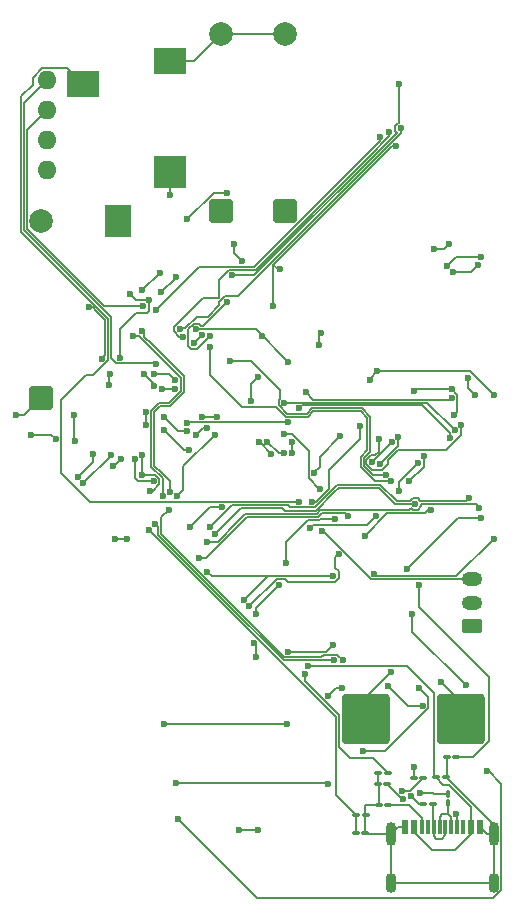
<source format=gbr>
%TF.GenerationSoftware,KiCad,Pcbnew,9.0.6*%
%TF.CreationDate,2025-12-07T23:37:28-06:00*%
%TF.ProjectId,Tony's MP3 Player,546f6e79-2773-4204-9d50-3320506c6179,rev?*%
%TF.SameCoordinates,Original*%
%TF.FileFunction,Copper,L2,Bot*%
%TF.FilePolarity,Positive*%
%FSLAX46Y46*%
G04 Gerber Fmt 4.6, Leading zero omitted, Abs format (unit mm)*
G04 Created by KiCad (PCBNEW 9.0.6) date 2025-12-07 23:37:28*
%MOMM*%
%LPD*%
G01*
G04 APERTURE LIST*
G04 Aperture macros list*
%AMRoundRect*
0 Rectangle with rounded corners*
0 $1 Rounding radius*
0 $2 $3 $4 $5 $6 $7 $8 $9 X,Y pos of 4 corners*
0 Add a 4 corners polygon primitive as box body*
4,1,4,$2,$3,$4,$5,$6,$7,$8,$9,$2,$3,0*
0 Add four circle primitives for the rounded corners*
1,1,$1+$1,$2,$3*
1,1,$1+$1,$4,$5*
1,1,$1+$1,$6,$7*
1,1,$1+$1,$8,$9*
0 Add four rect primitives between the rounded corners*
20,1,$1+$1,$2,$3,$4,$5,0*
20,1,$1+$1,$4,$5,$6,$7,0*
20,1,$1+$1,$6,$7,$8,$9,0*
20,1,$1+$1,$8,$9,$2,$3,0*%
G04 Aperture macros list end*
%TA.AperFunction,SMDPad,CuDef*%
%ADD10RoundRect,0.100000X-0.217500X-0.100000X0.217500X-0.100000X0.217500X0.100000X-0.217500X0.100000X0*%
%TD*%
%TA.AperFunction,SMDPad,CuDef*%
%ADD11RoundRect,0.100000X0.217500X0.100000X-0.217500X0.100000X-0.217500X-0.100000X0.217500X-0.100000X0*%
%TD*%
%TA.AperFunction,SMDPad,CuDef*%
%ADD12RoundRect,0.100000X0.100000X-0.217500X0.100000X0.217500X-0.100000X0.217500X-0.100000X-0.217500X0*%
%TD*%
%TA.AperFunction,SMDPad,CuDef*%
%ADD13RoundRect,0.250001X1.762499X1.849999X-1.762499X1.849999X-1.762499X-1.849999X1.762499X-1.849999X0*%
%TD*%
%TA.AperFunction,ComponentPad*%
%ADD14O,1.600000X1.600000*%
%TD*%
%TA.AperFunction,ComponentPad*%
%ADD15RoundRect,0.250000X0.625000X-0.350000X0.625000X0.350000X-0.625000X0.350000X-0.625000X-0.350000X0*%
%TD*%
%TA.AperFunction,ComponentPad*%
%ADD16O,1.750000X1.200000*%
%TD*%
%TA.AperFunction,SMDPad,CuDef*%
%ADD17R,2.800000X2.200000*%
%TD*%
%TA.AperFunction,SMDPad,CuDef*%
%ADD18R,2.800000X2.800000*%
%TD*%
%TA.AperFunction,SMDPad,CuDef*%
%ADD19R,2.200000X2.800000*%
%TD*%
%TA.AperFunction,SMDPad,CuDef*%
%ADD20R,0.600000X1.160000*%
%TD*%
%TA.AperFunction,SMDPad,CuDef*%
%ADD21R,0.300000X1.160000*%
%TD*%
%TA.AperFunction,HeatsinkPad*%
%ADD22O,0.900000X2.000000*%
%TD*%
%TA.AperFunction,HeatsinkPad*%
%ADD23O,0.900000X1.700000*%
%TD*%
%TA.AperFunction,ComponentPad*%
%ADD24RoundRect,0.250000X0.750000X-0.750000X0.750000X0.750000X-0.750000X0.750000X-0.750000X-0.750000X0*%
%TD*%
%TA.AperFunction,ComponentPad*%
%ADD25C,2.000000*%
%TD*%
%TA.AperFunction,ViaPad*%
%ADD26C,0.600000*%
%TD*%
%TA.AperFunction,Conductor*%
%ADD27C,0.150000*%
%TD*%
%TA.AperFunction,Conductor*%
%ADD28C,0.200000*%
%TD*%
G04 APERTURE END LIST*
D10*
%TO.P,C31,2*%
%TO.N,+BATT*%
X163165000Y-114000000D03*
%TO.P,C31,1*%
%TO.N,VBUS*%
X162350000Y-114000000D03*
%TD*%
%TO.P,R10k1,1*%
%TO.N,+BATT*%
X163262500Y-112290000D03*
%TO.P,R10k1,2*%
%TO.N,Net-(U3-MICN)*%
X164077500Y-112290000D03*
%TD*%
D11*
%TO.P,C29,1*%
%TO.N,+BATT*%
X156357500Y-118740000D03*
%TO.P,C29,2*%
%TO.N,Net-(U1-VDDA)*%
X155542500Y-118740000D03*
%TD*%
%TO.P,C30,2*%
%TO.N,Net-(U1-VDDA)*%
X155572500Y-117230000D03*
%TO.P,C30,1*%
%TO.N,+BATT*%
X156387500Y-117230000D03*
%TD*%
%TO.P,R4,2*%
%TO.N,+BATT*%
X157405000Y-114550000D03*
%TO.P,R4,1*%
%TO.N,Net-(J1-CC1)*%
X158220000Y-114550000D03*
%TD*%
D10*
%TO.P,R15,2*%
%TO.N,Net-(S2-A)*%
X161267500Y-114040000D03*
%TO.P,R15,1*%
%TO.N,+3.3V*%
X160452500Y-114040000D03*
%TD*%
%TO.P,R2,2*%
%TO.N,Net-(U3-MICP{slash}LINE1)*%
X158267500Y-113660000D03*
%TO.P,R2,1*%
%TO.N,+BATT*%
X157452500Y-113660000D03*
%TD*%
D11*
%TO.P,R6,2*%
%TO.N,+BATT*%
X157512500Y-116350000D03*
%TO.P,R6,1*%
%TO.N,Net-(J1-CC2)*%
X158327500Y-116350000D03*
%TD*%
D12*
%TO.P,R3,1*%
%TO.N,USB_D-*%
X163380000Y-116215000D03*
%TO.P,R3,2*%
%TO.N,Net-(U1-PA11)*%
X163380000Y-115400000D03*
%TD*%
D13*
%TO.P,Y1,1,1*%
%TO.N,Net-(U3-XTALI)*%
X164462500Y-109080000D03*
%TO.P,Y1,2,2*%
%TO.N,Net-(U3-XTALO)*%
X156437500Y-109080000D03*
%TD*%
D10*
%TO.P,R50,1*%
%TO.N,Net-(U1-PA12)*%
X161290000Y-116270000D03*
%TO.P,R50,2*%
%TO.N,USB_D+*%
X162105000Y-116270000D03*
%TD*%
D14*
%TO.P,OLED1,1,GND*%
%TO.N,+BATT*%
X129430050Y-62580000D03*
%TO.P,OLED1,2,VCC*%
%TO.N,VCC*%
X129430050Y-60040000D03*
%TO.P,OLED1,3,SCL*%
%TO.N,SCL*%
X129430050Y-57500000D03*
%TO.P,OLED1,4,SDA*%
%TO.N,SDA*%
X129430050Y-54960000D03*
%TD*%
D15*
%TO.P,J4,1,Pin_1*%
%TO.N,+BATT*%
X165420000Y-101240000D03*
D16*
%TO.P,J4,2,Pin_2*%
%TO.N,unconnected-(J4-Pin_2-Pad2)*%
X165420000Y-99240000D03*
%TO.P,J4,3,Pin_3*%
%TO.N,Net-(J4-Pin_3)*%
X165420000Y-97240000D03*
%TD*%
D17*
%TO.P,J2,3,3*%
%TO.N,Net-(C2-Pad2)*%
X132450000Y-55349717D03*
%TO.P,J2,1,1*%
%TO.N,+BATT*%
X139850000Y-53349717D03*
D18*
%TO.P,J2,2,2*%
%TO.N,Net-(C1-Pad2)*%
X139850000Y-62749717D03*
D19*
%TO.P,J2,4,4*%
%TO.N,unconnected-(J2-Pad4)*%
X135400000Y-66949717D03*
%TD*%
D20*
%TO.P,J1,A4,VBUS*%
%TO.N,VBUS*%
X165300000Y-118195000D03*
%TO.P,J1,A1,GND*%
%TO.N,+BATT*%
X166100000Y-118195000D03*
D21*
%TO.P,J1,A5,CC1*%
%TO.N,Net-(J1-CC1)*%
X164150000Y-118195000D03*
%TO.P,J1,A6,D+*%
%TO.N,USB_D+*%
X163150000Y-118195000D03*
%TO.P,J1,A7,D-*%
%TO.N,USB_D-*%
X162650000Y-118195000D03*
%TO.P,J1,A8,SBU1*%
%TO.N,unconnected-(J1-SBU1-PadA8)*%
X161650000Y-118195000D03*
D20*
%TO.P,J1,A9,VBUS*%
%TO.N,VBUS*%
X160500000Y-118195000D03*
%TO.P,J1,A12,GND*%
%TO.N,+BATT*%
X159700000Y-118195000D03*
%TO.P,J1,B1,GND*%
X159700000Y-118195000D03*
%TO.P,J1,B4,VBUS*%
%TO.N,VBUS*%
X160500000Y-118195000D03*
D21*
%TO.P,J1,B5,CC2*%
%TO.N,Net-(J1-CC2)*%
X161150000Y-118195000D03*
%TO.P,J1,B6,D+*%
%TO.N,USB_D+*%
X162150000Y-118195000D03*
%TO.P,J1,B7,D-*%
%TO.N,USB_D-*%
X163650000Y-118195000D03*
%TO.P,J1,B8,SBU2*%
%TO.N,unconnected-(J1-SBU2-PadB8)*%
X164650000Y-118195000D03*
D20*
%TO.P,J1,B9,VBUS*%
%TO.N,VBUS*%
X165300000Y-118195000D03*
%TO.P,J1,B12,GND*%
%TO.N,+BATT*%
X166100000Y-118195000D03*
D22*
%TO.P,J1,S1,SHIELD*%
X167220000Y-118775000D03*
D23*
X167220000Y-122945000D03*
D22*
X158580000Y-118775000D03*
D23*
X158580000Y-122945000D03*
%TD*%
D24*
%TO.P,C16,1*%
%TO.N,+2V5*%
X149565000Y-66070000D03*
D25*
%TO.P,C16,2*%
%TO.N,+BATT*%
X149565000Y-51070000D03*
%TD*%
D24*
%TO.P,C15,1*%
%TO.N,+3.3V*%
X144142500Y-66100000D03*
D25*
%TO.P,C15,2*%
%TO.N,+BATT*%
X144142500Y-51100000D03*
%TD*%
D24*
%TO.P,C7,1*%
%TO.N,+3.3V*%
X128932500Y-81890000D03*
D25*
%TO.P,C7,2*%
%TO.N,+BATT*%
X128932500Y-66890000D03*
%TD*%
D26*
%TO.N,Net-(U3-MICN)*%
X157229493Y-91928188D03*
X151650000Y-92930000D03*
X152045000Y-88223249D03*
X154248376Y-85111624D03*
X160900000Y-97715000D03*
%TO.N,Net-(U2-OUTR)*%
X160789124Y-87435000D03*
X159186555Y-89741693D03*
%TO.N,+2V5*%
X160090000Y-88960000D03*
X161320000Y-86770217D03*
X163910000Y-83350000D03*
X146940000Y-102650000D03*
X147090000Y-103785000D03*
X149045852Y-97715852D03*
X147100000Y-100190000D03*
X153760000Y-92136000D03*
X149650000Y-95860000D03*
%TO.N,+3.3V*%
X166180000Y-92060000D03*
X159865000Y-96405000D03*
%TO.N,Net-(U2-CPN)*%
X161940000Y-91385000D03*
X146559100Y-99530852D03*
X156339124Y-93550876D03*
X154099999Y-95131751D03*
%TO.N,Net-(U2-CPP)*%
X153624999Y-102839473D03*
X167250001Y-93818249D03*
X149851955Y-103386147D03*
X157095876Y-96765000D03*
%TO.N,Switches*%
X152540000Y-89590000D03*
X146683249Y-82175001D03*
X149470000Y-84970000D03*
X147320169Y-80099831D03*
%TO.N,+3.3V*%
X146064124Y-99035876D03*
X142981654Y-96603518D03*
X153625000Y-96970000D03*
%TO.N,Net-(S4-A)*%
X154900000Y-91885000D03*
X142312596Y-95422596D03*
%TO.N,Net-(S7-A)*%
X166650000Y-113450000D03*
X140480000Y-117570000D03*
%TO.N,Net-(S5-A)*%
X153230000Y-114550000D03*
X140310000Y-114530000D03*
X156140000Y-111800000D03*
X160940000Y-106455000D03*
%TO.N,Net-(S6-A)*%
X139350000Y-109470000D03*
X149760000Y-109510000D03*
X154420605Y-106480000D03*
X153219605Y-107110000D03*
X161220000Y-107980000D03*
X158280000Y-106250000D03*
%TO.N,+3.3V*%
X164870000Y-106230000D03*
X160360000Y-100165000D03*
%TO.N,Net-(J4-Pin_3)*%
X137775000Y-83115000D03*
X139285000Y-84590000D03*
X137775000Y-84160000D03*
X141480000Y-86280000D03*
X144199969Y-91164999D03*
X141535000Y-92784124D03*
X152675000Y-93115000D03*
%TO.N,Net-(S3-A)*%
X166020000Y-91190000D03*
X143001720Y-94061720D03*
%TO.N,+3.3V*%
X160450000Y-113100000D03*
%TO.N,Net-(U1-PA11)*%
X139705000Y-91370000D03*
X160970000Y-115330000D03*
X154440000Y-104112146D03*
X139840001Y-89871632D03*
X137470000Y-76255000D03*
%TO.N,Net-(U1-PA12)*%
X136700000Y-76670000D03*
X139230000Y-90215000D03*
X138572324Y-92585924D03*
X153694605Y-104112147D03*
X160227435Y-115608861D03*
%TO.N,Net-(S2-A)*%
X147286751Y-118465001D03*
X159479077Y-115137324D03*
X145640000Y-118465000D03*
%TO.N,Net-(J1-CC1)*%
X159580000Y-115875000D03*
X164080000Y-117090000D03*
%TO.N,VBUS*%
X151487742Y-104587146D03*
%TO.N,Net-(U3-MICP{slash}LINE1)*%
X155910000Y-84225000D03*
X151890000Y-90691000D03*
X151226624Y-105236624D03*
%TO.N,Net-(U2-HPVSS)*%
X143622729Y-93393836D03*
X160590000Y-90875000D03*
%TO.N,Net-(U2-HPVDD)*%
X165120000Y-90400000D03*
X143203360Y-92833360D03*
%TO.N,Net-(U1-VDDA)*%
X138077348Y-93080901D03*
%TO.N,Net-(U3-XTALI)*%
X163289124Y-70720876D03*
X166137644Y-69965811D03*
%TO.N,Net-(U3-XTALO)*%
X165926720Y-70633280D03*
X163825000Y-71265876D03*
%TO.N,Net-(U3-XTALI)*%
X162780000Y-105980000D03*
%TO.N,Net-(U3-XTALO)*%
X158530000Y-105100000D03*
%TO.N,+3.3V*%
X163450844Y-68829156D03*
X162198217Y-69275000D03*
%TO.N,Net-(S9-A)*%
X145890000Y-70313876D03*
X145230000Y-68835000D03*
%TO.N,Net-(U1-VCAP1)*%
X139105000Y-72940000D03*
X140329124Y-71629124D03*
%TO.N,Net-(U1-BOOT0)*%
X140240000Y-80350000D03*
X138436757Y-79853925D03*
%TO.N,+BATT*%
X138480000Y-80850000D03*
X137590000Y-79845000D03*
X135580000Y-78490000D03*
X134054124Y-78564124D03*
X136484156Y-73094156D03*
X138045852Y-73585900D03*
X132979156Y-74210844D03*
%TO.N,GPIO1*%
X142505374Y-83478623D03*
X140450000Y-90215000D03*
X136180000Y-93860000D03*
X135192500Y-93870000D03*
X143600000Y-85020000D03*
X143810000Y-83478623D03*
%TO.N,GPIO0*%
X142980374Y-84428622D03*
%TO.N,UART-RX*%
X152650000Y-76425000D03*
X152460000Y-77375000D03*
%TO.N,+3.3V*%
X147640000Y-76610000D03*
%TO.N,GPIO0*%
X142010000Y-85070000D03*
%TO.N,Net-(U5-EN1)*%
X134800000Y-86725000D03*
X132504124Y-89105876D03*
%TO.N,Net-(U5-EN2)*%
X133288445Y-86606480D03*
X132009124Y-88610876D03*
%TO.N,Net-(U1-VDDA)*%
X138160000Y-89740000D03*
%TO.N,Net-(D1-K)*%
X138460876Y-88960876D03*
%TO.N,Net-(BLUE1-K)*%
X135705001Y-87070749D03*
X134982874Y-87692126D03*
%TO.N,+BATT*%
X130145001Y-85403249D03*
X128066640Y-85023360D03*
%TO.N,+3.3V*%
X126774124Y-83375876D03*
%TO.N,Net-(U5-ILIM)*%
X141284359Y-84718696D03*
X139285000Y-83530000D03*
%TO.N,+BATT*%
X149140000Y-71000000D03*
X148573142Y-74070703D03*
X158950876Y-60540876D03*
%TO.N,Net-(C2-Pad2)*%
X150710000Y-90690000D03*
%TO.N,Net-(U5-TS)*%
X131800000Y-85565000D03*
X131665000Y-83370000D03*
%TO.N,Net-(U1-VDDA)*%
X141229124Y-84020876D03*
X149805374Y-83953623D03*
X137492317Y-88376921D03*
X137493260Y-86712487D03*
%TO.N,Net-(D1-K)*%
X136880000Y-87050000D03*
%TO.N,+3.3V*%
X138950000Y-71280000D03*
X137475000Y-72747640D03*
%TO.N,Net-(U2-OUTL)*%
X144617500Y-64500000D03*
X165631624Y-81653376D03*
X141280000Y-66780000D03*
X165059124Y-80160876D03*
%TO.N,SDA*%
X138673263Y-78986737D03*
%TO.N,SCL*%
X137550876Y-74080876D03*
%TO.N,DAT3*%
X157644156Y-59794156D03*
X138620000Y-74440000D03*
%TO.N,CLK*%
X158381640Y-59411640D03*
X140890230Y-76703282D03*
%TO.N,DAT0*%
X159353067Y-59063067D03*
X140634232Y-76051773D03*
%TO.N,SDIO*%
X159240000Y-55300000D03*
X145042678Y-71515876D03*
%TO.N,Net-(U5-ISET)*%
X134690000Y-80795000D03*
X134710000Y-79845000D03*
%TO.N,CE*%
X140235000Y-81120000D03*
X139131398Y-81106288D03*
%TO.N,Net-(U1-PA2)*%
X143240000Y-76650000D03*
X144674124Y-73744124D03*
%TO.N,GAIN1*%
X143210000Y-77565000D03*
X158574998Y-88933246D03*
%TO.N,GAIN0*%
X144898303Y-78769945D03*
X158088431Y-88430000D03*
%TO.N,Net-(U2-INL+)*%
X157487640Y-85375000D03*
X164440000Y-84140100D03*
%TO.N,Net-(U3-GBUF)*%
X163665000Y-81910000D03*
X151350000Y-81400000D03*
%TO.N,Net-(U2-INR-)*%
X163506000Y-85290000D03*
X150787285Y-82751623D03*
%TO.N,Net-(U2-INR+)*%
X163950000Y-84640000D03*
X149498376Y-82276624D03*
%TO.N,+2V5*%
X163665000Y-81150000D03*
X160479454Y-81280546D03*
%TO.N,+3.3V*%
X167250000Y-81680000D03*
%TO.N,+BATT*%
X157613431Y-87502035D03*
X159160000Y-85160001D03*
%TO.N,Net-(C1-Pad2)*%
X139860000Y-64670000D03*
%TO.N,+3.3V*%
X142028832Y-76081447D03*
X149845000Y-78815000D03*
X157364579Y-79650594D03*
X156725240Y-80354759D03*
%TO.N,GPIO4*%
X156940000Y-87311000D03*
X158636751Y-85635001D03*
X148403250Y-86626754D03*
X147383246Y-85635000D03*
%TO.N,GPIO5*%
X148083249Y-85635000D03*
X149469997Y-86585000D03*
%TO.N,GPIO6*%
X150143249Y-85635001D03*
X150170000Y-86585000D03*
%TO.N,UART-TX*%
X142512983Y-76587017D03*
X141841230Y-77258769D03*
%TD*%
D27*
%TO.N,VBUS*%
X160500000Y-118195000D02*
X160500000Y-118610000D01*
X160500000Y-118610000D02*
X162040000Y-120150000D01*
X162040000Y-120150000D02*
X163920000Y-120150000D01*
X163920000Y-120150000D02*
X165300000Y-118770000D01*
X165300000Y-118770000D02*
X165300000Y-118195000D01*
%TO.N,Net-(S7-A)*%
X140480000Y-117570000D02*
X147154000Y-124244000D01*
X167894000Y-114574000D02*
X166730000Y-113410000D01*
X147154000Y-124244000D02*
X167206298Y-124244000D01*
X167206298Y-124244000D02*
X167894000Y-123556298D01*
X167894000Y-123556298D02*
X167894000Y-114574000D01*
X166730000Y-113410000D02*
X166690000Y-113450000D01*
X166690000Y-113450000D02*
X166650000Y-113450000D01*
%TO.N,+3.3V*%
X149845000Y-78815000D02*
X147111447Y-76081447D01*
X147111447Y-76081447D02*
X142028832Y-76081447D01*
%TO.N,Net-(U3-MICN)*%
X156518681Y-92639000D02*
X157229493Y-91928188D01*
X151941000Y-92639000D02*
X156518681Y-92639000D01*
X151650000Y-92930000D02*
X151941000Y-92639000D01*
%TO.N,Net-(J4-Pin_3)*%
X152755000Y-93115000D02*
X156880000Y-97240000D01*
X152675000Y-93115000D02*
X152755000Y-93115000D01*
X156880000Y-97240000D02*
X165420000Y-97240000D01*
%TO.N,+2V5*%
X149650000Y-95860000D02*
X149650000Y-94080000D01*
X149650000Y-94080000D02*
X151517000Y-92213000D01*
X151517000Y-92213000D02*
X152466872Y-92213000D01*
X152466872Y-92213000D02*
X152543872Y-92136000D01*
X152543872Y-92136000D02*
X153760000Y-92136000D01*
%TO.N,Net-(U3-MICN)*%
X152500000Y-87740000D02*
X152045000Y-88195000D01*
X152045000Y-88195000D02*
X152045000Y-88223249D01*
%TO.N,Switches*%
X149470000Y-84970000D02*
X150151414Y-84970000D01*
X150151414Y-84970000D02*
X151570000Y-86388586D01*
X151570000Y-86388586D02*
X151570000Y-88700000D01*
X151570000Y-88700000D02*
X152460000Y-89590000D01*
X152460000Y-89590000D02*
X152540000Y-89590000D01*
%TO.N,Net-(U3-MICN)*%
X152500000Y-86860000D02*
X152500000Y-87740000D01*
X154248376Y-85111624D02*
X152500000Y-86860000D01*
X163660000Y-102320000D02*
X160900000Y-99560000D01*
X160900000Y-99560000D02*
X160900000Y-97715000D01*
%TO.N,Net-(U2-OUTR)*%
X160789124Y-87435000D02*
X159186555Y-89037569D01*
X159186555Y-89037569D02*
X159186555Y-89741693D01*
%TO.N,+2V5*%
X163910000Y-83350000D02*
X164140000Y-83120000D01*
X160090000Y-88960000D02*
X161320000Y-87730000D01*
X161320000Y-87730000D02*
X161320000Y-86770217D01*
X164140000Y-83120000D02*
X164140000Y-81625000D01*
X164140000Y-81625000D02*
X163665000Y-81150000D01*
X147100000Y-99661704D02*
X149045852Y-97715852D01*
X147100000Y-100190000D02*
X147100000Y-99661704D01*
X147090000Y-102800000D02*
X146940000Y-102650000D01*
X147090000Y-103785000D02*
X147090000Y-102800000D01*
%TO.N,+3.3V*%
X164210000Y-92060000D02*
X159865000Y-96405000D01*
X166180000Y-92060000D02*
X164210000Y-92060000D01*
%TO.N,Net-(U2-CPN)*%
X161870000Y-91315000D02*
X161940000Y-91385000D01*
X161870000Y-91300000D02*
X161870000Y-91315000D01*
X156339124Y-93550876D02*
X158229000Y-91661000D01*
X158229000Y-91661000D02*
X161431000Y-91661000D01*
X161431000Y-91661000D02*
X161792000Y-91300000D01*
X161792000Y-91300000D02*
X161870000Y-91300000D01*
%TO.N,Net-(S3-A)*%
X161066000Y-91072166D02*
X161066000Y-90910000D01*
X160787166Y-91351000D02*
X161066000Y-91072166D01*
X160392834Y-91351000D02*
X160787166Y-91351000D01*
X161066000Y-90910000D02*
X165740000Y-90910000D01*
X152559936Y-91410000D02*
X160100000Y-91410000D01*
X146219000Y-91711000D02*
X152258936Y-91711000D01*
X152258936Y-91711000D02*
X152559936Y-91410000D01*
X145540000Y-92390000D02*
X146219000Y-91711000D01*
X160100000Y-91410000D02*
X160275917Y-91234083D01*
X145540000Y-92403440D02*
X145540000Y-92390000D01*
X143001720Y-94061720D02*
X143881720Y-94061720D01*
X143881720Y-94061720D02*
X145540000Y-92403440D01*
X160275917Y-91234083D02*
X160392834Y-91351000D01*
X165740000Y-90910000D02*
X166020000Y-91190000D01*
%TO.N,Net-(U2-HPVDD)*%
X143203360Y-92833360D02*
X145095720Y-90941000D01*
X159024000Y-90624000D02*
X160167834Y-90624000D01*
X160167834Y-90624000D02*
X160392834Y-90399000D01*
X145095720Y-90941000D02*
X149791000Y-90941000D01*
X149791000Y-90941000D02*
X150016000Y-91166000D01*
X150016000Y-91166000D02*
X152094000Y-91166000D01*
X152094000Y-91166000D02*
X154010000Y-89250000D01*
X154010000Y-89250000D02*
X157650000Y-89250000D01*
X157650000Y-89250000D02*
X159024000Y-90624000D01*
X160392834Y-90399000D02*
X160787166Y-90399000D01*
X160787166Y-90399000D02*
X161028166Y-90640000D01*
X161028166Y-90640000D02*
X164880000Y-90640000D01*
X164880000Y-90640000D02*
X165120000Y-90400000D01*
%TO.N,Net-(U2-CPN)*%
X148868952Y-97221000D02*
X149580000Y-97221000D01*
X146559100Y-99530852D02*
X148868952Y-97221000D01*
X149805000Y-97446000D02*
X153822166Y-97446000D01*
X153840000Y-95391750D02*
X154099999Y-95131751D01*
X154101000Y-96561000D02*
X153840000Y-96300000D01*
X153840000Y-96300000D02*
X153840000Y-95391750D01*
X154101000Y-97167166D02*
X154101000Y-96561000D01*
X149580000Y-97221000D02*
X149805000Y-97446000D01*
X153822166Y-97446000D02*
X154101000Y-97167166D01*
%TO.N,Net-(U2-CPP)*%
X167250001Y-93818249D02*
X164078250Y-96990000D01*
X153624999Y-102839473D02*
X153078325Y-103386147D01*
X164078250Y-96990000D02*
X161470000Y-96990000D01*
X161470000Y-96990000D02*
X157320876Y-96990000D01*
X153078325Y-103386147D02*
X149851955Y-103386147D01*
X157320876Y-96990000D02*
X157095876Y-96765000D01*
%TO.N,Switches*%
X146683249Y-80736751D02*
X146683249Y-82175001D01*
X147320169Y-80099831D02*
X146683249Y-80736751D01*
%TO.N,GAIN1*%
X156534474Y-86333424D02*
X155962000Y-86905898D01*
X155984656Y-83029624D02*
X156534474Y-83579442D01*
X156534474Y-83579442D02*
X156534474Y-86333424D01*
X151963968Y-83029624D02*
X155984656Y-83029624D01*
X143207983Y-79967983D02*
X145890000Y-82650000D01*
X151514969Y-83478623D02*
X151963968Y-83029624D01*
X145890000Y-82650000D02*
X148843618Y-82650000D01*
X143207983Y-77642983D02*
X143207983Y-79967983D01*
X143210000Y-77640966D02*
X143207983Y-77642983D01*
X155962000Y-86905898D02*
X155962000Y-87716102D01*
X149672241Y-83478623D02*
X151514969Y-83478623D01*
X148843618Y-82650000D02*
X149672241Y-83478623D01*
X143210000Y-77565000D02*
X143210000Y-77640966D01*
X155962000Y-87716102D02*
X157179144Y-88933246D01*
X157179144Y-88933246D02*
X158574998Y-88933246D01*
%TO.N,GAIN0*%
X149022376Y-82079458D02*
X149104293Y-81997541D01*
X149022376Y-82473790D02*
X149022376Y-82079458D01*
X156785474Y-86437392D02*
X156785474Y-83475474D01*
X149776209Y-83227623D02*
X149022376Y-82473790D01*
X151411001Y-83227623D02*
X149776209Y-83227623D01*
X151860000Y-82778624D02*
X151411001Y-83227623D01*
X149104293Y-81997541D02*
X149104293Y-81194293D01*
X156785474Y-83475474D02*
X156088624Y-82778624D01*
X156213000Y-87009866D02*
X156785474Y-86437392D01*
X156213000Y-87612134D02*
X156213000Y-87009866D01*
X156088624Y-82778624D02*
X151860000Y-82778624D01*
X157030866Y-88430000D02*
X156213000Y-87612134D01*
X158088431Y-88430000D02*
X157030866Y-88430000D01*
X149104293Y-81194293D02*
X146679945Y-78769945D01*
X146679945Y-78769945D02*
X144898303Y-78769945D01*
%TO.N,+3.3V*%
X153625000Y-96970000D02*
X148130000Y-96970000D01*
X146064124Y-99035876D02*
X148130000Y-96970000D01*
X143348136Y-96970000D02*
X142981654Y-96603518D01*
X148130000Y-96970000D02*
X143348136Y-96970000D01*
%TO.N,Net-(S4-A)*%
X142875812Y-95422596D02*
X145643968Y-92654440D01*
X146336408Y-91962000D02*
X149860000Y-91962000D01*
X145643968Y-92654440D02*
X146336408Y-91962000D01*
X152362904Y-91962000D02*
X152663904Y-91661000D01*
X149860000Y-91962000D02*
X152362904Y-91962000D01*
X154676000Y-91661000D02*
X154900000Y-91885000D01*
X142312596Y-95422596D02*
X142875812Y-95422596D01*
X152663904Y-91661000D02*
X154676000Y-91661000D01*
%TO.N,Net-(S5-A)*%
X153210000Y-114530000D02*
X153230000Y-114550000D01*
X140310000Y-114530000D02*
X153210000Y-114530000D01*
X161696000Y-108177166D02*
X161696000Y-107211000D01*
X161696000Y-107211000D02*
X160940000Y-106455000D01*
X158073166Y-111800000D02*
X161696000Y-108177166D01*
X156140000Y-111800000D02*
X158073166Y-111800000D01*
%TO.N,Net-(S6-A)*%
X161220000Y-107980000D02*
X160010000Y-107980000D01*
X160010000Y-107980000D02*
X158280000Y-106250000D01*
X149760000Y-109510000D02*
X139390000Y-109510000D01*
X153849605Y-106480000D02*
X153219605Y-107110000D01*
X139390000Y-109510000D02*
X139350000Y-109470000D01*
X154420605Y-106480000D02*
X153849605Y-106480000D01*
%TO.N,+3.3V*%
X160360000Y-100165000D02*
X160360000Y-101720000D01*
X160360000Y-101720000D02*
X164870000Y-106230000D01*
%TO.N,Net-(J4-Pin_3)*%
X137775000Y-83115000D02*
X137775000Y-84160000D01*
X144134970Y-91100000D02*
X144199969Y-91164999D01*
X141535000Y-92784124D02*
X143219124Y-91100000D01*
X140975000Y-86280000D02*
X141480000Y-86280000D01*
X143219124Y-91100000D02*
X144134970Y-91100000D01*
X139285000Y-84590000D02*
X140975000Y-86280000D01*
%TO.N,Net-(U3-MICN)*%
X166830000Y-105490000D02*
X163660000Y-102320000D01*
X166830000Y-109490000D02*
X166830000Y-105490000D01*
X164077500Y-112290000D02*
X165474382Y-112290000D01*
X165474382Y-112290000D02*
X166830000Y-110934382D01*
X166830000Y-110934382D02*
X166830000Y-109490000D01*
%TO.N,+3.3V*%
X160452500Y-113102500D02*
X160450000Y-113100000D01*
X160452500Y-114040000D02*
X160452500Y-113102500D01*
%TO.N,Net-(U1-PA11)*%
X139126551Y-88243449D02*
X139840001Y-88956899D01*
X153964001Y-103636147D02*
X154440000Y-104112146D01*
X162070000Y-115330000D02*
X162140000Y-115400000D01*
X139013968Y-82571000D02*
X138501000Y-83083968D01*
X139333968Y-82571000D02*
X139013968Y-82571000D01*
X142728192Y-97021808D02*
X149493192Y-103786809D01*
X138501000Y-87617898D02*
X139126551Y-88243449D01*
X149567530Y-103861147D02*
X152630000Y-103861147D01*
X139840001Y-88956899D02*
X139840001Y-89871632D01*
X139081708Y-93090000D02*
X139081708Y-93375324D01*
X139081708Y-91993292D02*
X139081708Y-93090000D01*
X138501000Y-83083968D02*
X138501000Y-84360000D01*
X138501000Y-84360000D02*
X138501000Y-87617898D01*
X162140000Y-115400000D02*
X163380000Y-115400000D01*
X152630000Y-103861147D02*
X152855000Y-103636147D01*
X139705000Y-91370000D02*
X139081708Y-91993292D01*
X152855000Y-103636147D02*
X153964001Y-103636147D01*
X149493192Y-103786809D02*
X149567530Y-103861147D01*
X139081708Y-93375324D02*
X142728192Y-97021808D01*
X160970000Y-115330000D02*
X162070000Y-115330000D01*
%TO.N,Net-(U1-PA12)*%
X136700000Y-76670000D02*
X137233166Y-76670000D01*
X138910000Y-82320000D02*
X138250000Y-82980000D01*
X138250000Y-82980000D02*
X138250000Y-87721866D01*
X139230000Y-88701866D02*
X139230000Y-90215000D01*
X137233166Y-76670000D02*
X140730000Y-80166834D01*
X140730000Y-80166834D02*
X140730000Y-81298166D01*
X140730000Y-81298166D02*
X139708166Y-82320000D01*
X139708166Y-82320000D02*
X138910000Y-82320000D01*
X138250000Y-87721866D02*
X139230000Y-88701866D01*
%TO.N,Net-(U1-PA11)*%
X140981000Y-81402134D02*
X139812134Y-82571000D01*
X139812134Y-82571000D02*
X139333968Y-82571000D01*
X140981000Y-80062866D02*
X140981000Y-81402134D01*
X137470000Y-76255000D02*
X137640000Y-76425000D01*
X137640000Y-76721866D02*
X138269067Y-77350933D01*
X138269067Y-77350933D02*
X140981000Y-80062866D01*
X137640000Y-76425000D02*
X137640000Y-76721866D01*
%TO.N,Net-(U1-PA12)*%
X144420707Y-99069292D02*
X138830708Y-93479292D01*
X138830708Y-92844308D02*
X138830708Y-93479292D01*
X138572324Y-92585924D02*
X138830708Y-92844308D01*
X161290000Y-116270000D02*
X160888574Y-116270000D01*
X149463562Y-104112147D02*
X144420707Y-99069292D01*
X138830708Y-93479292D02*
X138780707Y-93429292D01*
X160888574Y-116270000D02*
X160227435Y-115608861D01*
X153694605Y-104112147D02*
X149463562Y-104112147D01*
%TO.N,Net-(S2-A)*%
X145640001Y-118465001D02*
X145640000Y-118465000D01*
X161267500Y-114040000D02*
X160170176Y-115137324D01*
X160170176Y-115137324D02*
X159479077Y-115137324D01*
X147286751Y-118465001D02*
X145640001Y-118465001D01*
%TO.N,Net-(J1-CC1)*%
X164150000Y-118195000D02*
X164150000Y-117160000D01*
X164150000Y-117160000D02*
X164080000Y-117090000D01*
X159580000Y-115875000D02*
X159340000Y-115635000D01*
X159340000Y-115635000D02*
X159305000Y-115635000D01*
X159305000Y-115635000D02*
X158220000Y-114550000D01*
%TO.N,VBUS*%
X151487742Y-104587146D02*
X159917146Y-104587146D01*
X159917146Y-104587146D02*
X162200000Y-106870000D01*
X162200000Y-106870000D02*
X162200000Y-113850000D01*
X162200000Y-113850000D02*
X162350000Y-114000000D01*
%TO.N,Net-(U3-MICP{slash}LINE1)*%
X155910000Y-85330000D02*
X153340000Y-87900000D01*
X151226624Y-105236624D02*
X151226624Y-105875209D01*
X152214032Y-90691000D02*
X151890000Y-90691000D01*
X154121000Y-111449000D02*
X155082000Y-112410000D01*
X151226624Y-105875209D02*
X154121000Y-108769585D01*
X153290000Y-87950000D02*
X153290000Y-89615032D01*
X152597516Y-90307516D02*
X152214032Y-90691000D01*
X154121000Y-108769585D02*
X154121000Y-111449000D01*
X155910000Y-84225000D02*
X155910000Y-85330000D01*
X153290000Y-89615032D02*
X152597516Y-90307516D01*
X153340000Y-87900000D02*
X153290000Y-87950000D01*
X155082000Y-112410000D02*
X157017500Y-112410000D01*
X157017500Y-112410000D02*
X158267500Y-113660000D01*
%TO.N,Net-(U2-HPVSS)*%
X157546032Y-89501000D02*
X158382516Y-90337484D01*
X158382516Y-90337484D02*
X158920032Y-90875000D01*
X156070000Y-89501000D02*
X157546032Y-89501000D01*
X158920032Y-90875000D02*
X160590000Y-90875000D01*
X151400000Y-91460000D02*
X152154968Y-91460000D01*
X146430000Y-91192000D02*
X149282000Y-91192000D01*
X149550000Y-91460000D02*
X151400000Y-91460000D01*
X152154968Y-91460000D02*
X153732484Y-89882484D01*
X153732484Y-89882484D02*
X154113968Y-89501000D01*
X154113968Y-89501000D02*
X156070000Y-89501000D01*
X149282000Y-91192000D02*
X149370000Y-91280000D01*
X145824565Y-91192000D02*
X146430000Y-91192000D01*
X143622729Y-93393836D02*
X145824565Y-91192000D01*
X149370000Y-91280000D02*
X149550000Y-91460000D01*
%TO.N,Net-(U1-VDDA)*%
X138077348Y-93080901D02*
X153870000Y-108873553D01*
X153870000Y-108873553D02*
X153870000Y-115527500D01*
X153870000Y-115527500D02*
X155572500Y-117230000D01*
%TO.N,+BATT*%
X158580000Y-118775000D02*
X156392500Y-118775000D01*
X156392500Y-118775000D02*
X156357500Y-118740000D01*
%TO.N,Net-(U3-XTALI)*%
X164044189Y-69965811D02*
X166137644Y-69965811D01*
X163289124Y-70720876D02*
X164044189Y-69965811D01*
%TO.N,Net-(U3-XTALO)*%
X165294124Y-71265876D02*
X163825000Y-71265876D01*
X165926720Y-70633280D02*
X165294124Y-71265876D01*
%TO.N,Net-(U3-XTALI)*%
X162780000Y-105980000D02*
X164462500Y-107662500D01*
X164462500Y-107662500D02*
X164462500Y-109080000D01*
%TO.N,Net-(U3-XTALO)*%
X158530000Y-105100000D02*
X156437500Y-107192500D01*
X156437500Y-107192500D02*
X156437500Y-109080000D01*
%TO.N,+3.3V*%
X163005000Y-69275000D02*
X163450844Y-68829156D01*
X162198217Y-69275000D02*
X163005000Y-69275000D01*
%TO.N,Net-(S9-A)*%
X145230000Y-69653876D02*
X145890000Y-70313876D01*
X145230000Y-68835000D02*
X145230000Y-69653876D01*
%TO.N,Net-(U1-VCAP1)*%
X140329124Y-71715876D02*
X139105000Y-72940000D01*
X140329124Y-71629124D02*
X140329124Y-71715876D01*
%TO.N,Net-(U1-BOOT0)*%
X139743925Y-79853925D02*
X140240000Y-80350000D01*
X138436757Y-79853925D02*
X139743925Y-79853925D01*
%TO.N,SDA*%
X134860000Y-75064968D02*
X127505500Y-67710468D01*
X135260000Y-78930000D02*
X134860000Y-78530000D01*
X135813166Y-78930000D02*
X135777166Y-78966000D01*
X135346834Y-78930000D02*
X135260000Y-78930000D01*
X127505500Y-67710468D02*
X127505500Y-56884550D01*
X135777166Y-78966000D02*
X135382834Y-78966000D01*
X127505500Y-56884550D02*
X129430050Y-54960000D01*
X138616525Y-78930000D02*
X135813166Y-78930000D01*
X135382834Y-78966000D02*
X135346834Y-78930000D01*
X138673263Y-78986737D02*
X138616525Y-78930000D01*
X134860000Y-78530000D02*
X134860000Y-75064968D01*
%TO.N,+BATT*%
X137590000Y-79845000D02*
X138490000Y-80745000D01*
X138490000Y-80745000D02*
X138490000Y-80840000D01*
X138490000Y-80840000D02*
X138480000Y-80850000D01*
%TO.N,CE*%
X140120000Y-81120000D02*
X140235000Y-81120000D01*
X139131398Y-81106288D02*
X140106288Y-81106288D01*
X140106288Y-81106288D02*
X140120000Y-81120000D01*
%TO.N,+BATT*%
X135580000Y-78490000D02*
X135580000Y-76070000D01*
X135580000Y-76070000D02*
X136930000Y-74720000D01*
X136930000Y-74720000D02*
X137881704Y-74720000D01*
X137881704Y-74720000D02*
X138045852Y-74555852D01*
X138045852Y-74555852D02*
X138045852Y-73585900D01*
X136484156Y-73094156D02*
X136975900Y-73585900D01*
X133295940Y-74210844D02*
X132979156Y-74210844D01*
X133572548Y-74487452D02*
X133295940Y-74210844D01*
X136975900Y-73585900D02*
X138045852Y-73585900D01*
X134054124Y-78564124D02*
X134358000Y-78260248D01*
X134358000Y-78260248D02*
X134358000Y-75272904D01*
X134358000Y-75272904D02*
X133572548Y-74487452D01*
%TO.N,GPIO1*%
X142505374Y-83478623D02*
X143810000Y-83478623D01*
X140970000Y-87650000D02*
X140970000Y-89070000D01*
X135202500Y-93860000D02*
X135192500Y-93870000D01*
X140970000Y-89695000D02*
X140450000Y-90215000D01*
X136180000Y-93860000D02*
X135202500Y-93860000D01*
X140970000Y-89070000D02*
X140970000Y-89695000D01*
X143600000Y-85020000D02*
X140970000Y-87650000D01*
%TO.N,GPIO0*%
X142980374Y-84428622D02*
X142651378Y-84428622D01*
X142651378Y-84428622D02*
X142010000Y-85070000D01*
%TO.N,UART-RX*%
X152460000Y-76615000D02*
X152650000Y-76425000D01*
X152460000Y-77375000D02*
X152460000Y-76615000D01*
%TO.N,Net-(U5-EN1)*%
X134800000Y-86810000D02*
X134800000Y-86725000D01*
X132504124Y-89105876D02*
X134800000Y-86810000D01*
%TO.N,Net-(U5-EN2)*%
X132009124Y-88610876D02*
X133288445Y-87331555D01*
X133288445Y-87331555D02*
X133288445Y-86606480D01*
%TO.N,Net-(C2-Pad2)*%
X130620000Y-88240000D02*
X133070000Y-90690000D01*
X130620000Y-82040000D02*
X130620000Y-88240000D01*
X132680000Y-79980000D02*
X130620000Y-82040000D01*
X134609000Y-78681000D02*
X133310000Y-79980000D01*
X127240000Y-67799936D02*
X134609000Y-75168936D01*
X134609000Y-75168936D02*
X134609000Y-78681000D01*
X127240000Y-56350000D02*
X127240000Y-67799936D01*
X128230000Y-55360000D02*
X127240000Y-56350000D01*
X128230000Y-54779777D02*
X128230000Y-55360000D01*
X129025777Y-53984000D02*
X128230000Y-54779777D01*
X132450000Y-55349717D02*
X131084283Y-53984000D01*
X131084283Y-53984000D02*
X129025777Y-53984000D01*
X133070000Y-90690000D02*
X150710000Y-90690000D01*
X133310000Y-79980000D02*
X132680000Y-79980000D01*
%TO.N,Net-(U1-VDDA)*%
X138936876Y-88763710D02*
X138550087Y-88376921D01*
X138160000Y-89740000D02*
X138354918Y-89740000D01*
X138354918Y-89740000D02*
X138936876Y-89158042D01*
X138936876Y-89158042D02*
X138936876Y-88763710D01*
X138550087Y-88376921D02*
X137492317Y-88376921D01*
%TO.N,Net-(D1-K)*%
X138460876Y-88960876D02*
X137130876Y-88960876D01*
X137130876Y-88960876D02*
X136880000Y-88710000D01*
X136880000Y-88710000D02*
X136880000Y-87050000D01*
%TO.N,Net-(BLUE1-K)*%
X134982874Y-87692126D02*
X135083624Y-87692126D01*
X135083624Y-87692126D02*
X135705001Y-87070749D01*
D28*
%TO.N,USB_D+*%
X162105000Y-116270000D02*
X162105000Y-118150000D01*
X162105000Y-118150000D02*
X162150000Y-118195000D01*
D27*
%TO.N,+BATT*%
X163262500Y-112290000D02*
X163262500Y-113902500D01*
X163262500Y-113902500D02*
X163165000Y-114000000D01*
%TO.N,VBUS*%
X165300000Y-116489968D02*
X163435016Y-114624984D01*
X162974984Y-114624984D02*
X162350000Y-114000000D01*
X165300000Y-118195000D02*
X165300000Y-116489968D01*
X163435016Y-114624984D02*
X162974984Y-114624984D01*
%TO.N,Net-(J1-CC2)*%
X158327500Y-116350000D02*
X160035000Y-116350000D01*
X160035000Y-116350000D02*
X161150000Y-117465000D01*
X161150000Y-117465000D02*
X161150000Y-118195000D01*
%TO.N,Net-(U1-VDDA)*%
X155542500Y-118740000D02*
X155542500Y-117260000D01*
X155542500Y-117260000D02*
X155572500Y-117230000D01*
%TO.N,+BATT*%
X156387500Y-117230000D02*
X156387500Y-117237500D01*
X156387500Y-117237500D02*
X156357500Y-117267500D01*
X156357500Y-117267500D02*
X156357500Y-118740000D01*
X156375000Y-116320000D02*
X156375000Y-117217500D01*
X156375000Y-117217500D02*
X156387500Y-117230000D01*
X157512500Y-116350000D02*
X156405000Y-116350000D01*
X156405000Y-116350000D02*
X156375000Y-116320000D01*
X157405000Y-114550000D02*
X157405000Y-113707500D01*
X157405000Y-113707500D02*
X157452500Y-113660000D01*
X157512500Y-116350000D02*
X157512500Y-114657500D01*
X157512500Y-114657500D02*
X157405000Y-114550000D01*
X163165000Y-114000000D02*
X167220000Y-118055000D01*
X167220000Y-118055000D02*
X167220000Y-118775000D01*
D28*
%TO.N,USB_D-*%
X163380000Y-116215000D02*
X163380000Y-117130000D01*
D27*
%TO.N,+BATT*%
X129765112Y-85023360D02*
X130145001Y-85403249D01*
X128066640Y-85023360D02*
X129765112Y-85023360D01*
%TO.N,+3.3V*%
X127446624Y-83375876D02*
X128932500Y-81890000D01*
X126774124Y-83375876D02*
X127446624Y-83375876D01*
%TO.N,Net-(U5-ILIM)*%
X141284359Y-84718696D02*
X140473696Y-84718696D01*
X140473696Y-84718696D02*
X139285000Y-83530000D01*
%TO.N,+BATT*%
X149140000Y-71000000D02*
X148971316Y-71000000D01*
X148971316Y-71000000D02*
X148573142Y-70601826D01*
X158634092Y-60540876D02*
X149052484Y-70122484D01*
X158950876Y-60540876D02*
X158634092Y-60540876D01*
X148573142Y-70601826D02*
X148573142Y-74070703D01*
X149052484Y-70122484D02*
X148573142Y-70601826D01*
%TO.N,Net-(U5-TS)*%
X131800000Y-85565000D02*
X131665000Y-85430000D01*
X131665000Y-85430000D02*
X131665000Y-83370000D01*
%TO.N,Net-(U1-VDDA)*%
X141229124Y-84020876D02*
X141296377Y-83953623D01*
X141296377Y-83953623D02*
X149805374Y-83953623D01*
X137493260Y-88375978D02*
X137492317Y-88376921D01*
X137493260Y-86712487D02*
X137493260Y-88375978D01*
%TO.N,+3.3V*%
X138942640Y-71280000D02*
X138950000Y-71280000D01*
X137475000Y-72747640D02*
X138942640Y-71280000D01*
%TO.N,Net-(U2-OUTL)*%
X143560000Y-64500000D02*
X141280000Y-66780000D01*
X165631624Y-81653376D02*
X165059124Y-81080876D01*
X144617500Y-64500000D02*
X143560000Y-64500000D01*
X165059124Y-81080876D02*
X165059124Y-80160876D01*
%TO.N,SCL*%
X134230876Y-74080876D02*
X127756500Y-67606500D01*
X137550876Y-74080876D02*
X134230876Y-74080876D01*
X127756500Y-67606500D02*
X127756500Y-59173550D01*
X127756500Y-59173550D02*
X129430050Y-57500000D01*
%TO.N,DAT3*%
X157644156Y-60110940D02*
X157644156Y-59794156D01*
X138620000Y-74440000D02*
X142271124Y-70788876D01*
X146966220Y-70788876D02*
X157644156Y-60110940D01*
X142271124Y-70788876D02*
X146966220Y-70788876D01*
%TO.N,CLK*%
X147070188Y-71039876D02*
X144845512Y-71039876D01*
X142622782Y-73390057D02*
X140158232Y-75854607D01*
X140158232Y-76248939D02*
X140612575Y-76703282D01*
X158381640Y-59411640D02*
X158381640Y-59728424D01*
X156655032Y-61455032D02*
X147070188Y-71039876D01*
X140612575Y-76703282D02*
X140890230Y-76703282D01*
X144845512Y-71039876D02*
X144000057Y-71885331D01*
X144000057Y-71885331D02*
X144000057Y-73390057D01*
X140158232Y-75854607D02*
X140158232Y-76248939D01*
X158381640Y-59728424D02*
X156655032Y-61455032D01*
X144000057Y-73390057D02*
X142622782Y-73390057D01*
%TO.N,SDIO*%
X145042678Y-71515876D02*
X146949156Y-71515876D01*
X146949156Y-71515876D02*
X159040933Y-59424099D01*
X159040933Y-59424099D02*
X158877067Y-59260233D01*
X158877067Y-59260233D02*
X158877067Y-58865901D01*
X159155901Y-58587067D02*
X159240000Y-58587067D01*
X158877067Y-58865901D02*
X159155901Y-58587067D01*
X159240000Y-58587067D02*
X159240000Y-55300000D01*
%TO.N,DAT0*%
X140634232Y-76051773D02*
X140718090Y-75967915D01*
X140718090Y-75967915D02*
X141114230Y-75967915D01*
X141114230Y-75967915D02*
X142080505Y-75001640D01*
X142080505Y-75001640D02*
X143061640Y-75001640D01*
X143061640Y-75001640D02*
X144001640Y-74061640D01*
X144001640Y-74061640D02*
X144001640Y-73743442D01*
X144476958Y-73268124D02*
X145551876Y-73268124D01*
X145551876Y-73268124D02*
X159353067Y-59466933D01*
X159353067Y-59466933D02*
X159353067Y-59063067D01*
X144001640Y-73743442D02*
X144476958Y-73268124D01*
%TO.N,Net-(U5-ISET)*%
X134690000Y-80795000D02*
X134690000Y-79865000D01*
X134690000Y-79865000D02*
X134710000Y-79845000D01*
%TO.N,Net-(U1-PA2)*%
X141365230Y-77455935D02*
X141365230Y-76071883D01*
X142470000Y-75830447D02*
X142587801Y-75830447D01*
X142155231Y-77734769D02*
X141644064Y-77734769D01*
X141365230Y-76071883D02*
X141831666Y-75605447D01*
X143240000Y-76650000D02*
X142155231Y-77734769D01*
X141831666Y-75605447D02*
X142245000Y-75605447D01*
X142245000Y-75605447D02*
X142470000Y-75830447D01*
X141644064Y-77734769D02*
X141365230Y-77455935D01*
X142587801Y-75830447D02*
X144674124Y-73744124D01*
D28*
%TO.N,USB_D-*%
X162650000Y-117340000D02*
X162860000Y-117130000D01*
X162650000Y-118195000D02*
X162650000Y-117340000D01*
X162860000Y-117130000D02*
X163380000Y-117130000D01*
X163380000Y-117130000D02*
X163650000Y-117400000D01*
X163650000Y-117400000D02*
X163650000Y-118195000D01*
%TO.N,USB_D+*%
X163150000Y-118880000D02*
X162820000Y-119210000D01*
X162385000Y-119210000D02*
X162150000Y-118975000D01*
X163150000Y-118195000D02*
X163150000Y-118880000D01*
X162820000Y-119210000D02*
X162385000Y-119210000D01*
X162150000Y-118975000D02*
X162150000Y-118195000D01*
D27*
%TO.N,+BATT*%
X167220000Y-122945000D02*
X158580000Y-122945000D01*
X167220000Y-118775000D02*
X166680000Y-118775000D01*
X166680000Y-118775000D02*
X166100000Y-118195000D01*
X159700000Y-118195000D02*
X159160000Y-118195000D01*
X159160000Y-118195000D02*
X158580000Y-118775000D01*
X158580000Y-118775000D02*
X158580000Y-122945000D01*
X167220000Y-118775000D02*
X167220000Y-122945000D01*
%TO.N,Net-(U2-INL+)*%
X157810597Y-87978035D02*
X158305217Y-87483415D01*
X157228392Y-86688392D02*
X156889442Y-86688392D01*
X156933869Y-87978035D02*
X157810597Y-87978035D01*
X158305217Y-87483415D02*
X158305217Y-87165217D01*
X158305217Y-87165217D02*
X159175217Y-86295217D01*
X157487640Y-86429144D02*
X157228392Y-86688392D01*
X159175217Y-86295217D02*
X163173949Y-86295217D01*
X163173949Y-86295217D02*
X164440000Y-85029166D01*
X164440000Y-85029166D02*
X164440000Y-84140100D01*
X156464000Y-87113834D02*
X156464000Y-87508166D01*
X156464000Y-87508166D02*
X156933869Y-87978035D01*
X156889442Y-86688392D02*
X156464000Y-87113834D01*
X157487640Y-85375000D02*
X157487640Y-86429144D01*
%TO.N,Net-(U3-GBUF)*%
X163665000Y-81910000D02*
X163549376Y-82025624D01*
X159014376Y-82025624D02*
X151975624Y-82025624D01*
X163549376Y-82025624D02*
X159014376Y-82025624D01*
X151975624Y-82025624D02*
X151350000Y-81400000D01*
%TO.N,Net-(U2-INR-)*%
X161190000Y-82527624D02*
X163506000Y-84843624D01*
X151011284Y-82527624D02*
X161190000Y-82527624D01*
X163506000Y-84843624D02*
X163506000Y-85290000D01*
X150787285Y-82751623D02*
X151011284Y-82527624D01*
%TO.N,Net-(U2-INR+)*%
X161586624Y-82276624D02*
X163950000Y-84640000D01*
X149498376Y-82276624D02*
X161586624Y-82276624D01*
%TO.N,+2V5*%
X163665000Y-81150000D02*
X160610000Y-81150000D01*
X160610000Y-81150000D02*
X160479454Y-81280546D01*
%TO.N,+3.3V*%
X167250000Y-81680000D02*
X165220594Y-79650594D01*
X165220594Y-79650594D02*
X157364579Y-79650594D01*
%TO.N,+BATT*%
X159160000Y-85955466D02*
X157613431Y-87502035D01*
X159160000Y-85160001D02*
X159160000Y-85955466D01*
X144142500Y-51100000D02*
X149535000Y-51100000D01*
X149535000Y-51100000D02*
X149565000Y-51070000D01*
X144142500Y-51100000D02*
X141892783Y-53349717D01*
X141892783Y-53349717D02*
X139850000Y-53349717D01*
%TO.N,Net-(C1-Pad2)*%
X139850000Y-64660000D02*
X139860000Y-64670000D01*
X139850000Y-62749717D02*
X139850000Y-64660000D01*
%TO.N,+3.3V*%
X156725240Y-80289933D02*
X157364579Y-79650594D01*
X156725240Y-80354759D02*
X156725240Y-80289933D01*
%TO.N,GPIO4*%
X156940000Y-87311000D02*
X156960752Y-87311000D01*
X156960752Y-87311000D02*
X158636751Y-85635001D01*
X147411496Y-85635000D02*
X148403250Y-86626754D01*
X147383246Y-85635000D02*
X147411496Y-85635000D01*
%TO.N,GPIO5*%
X149033249Y-86585000D02*
X148083249Y-85635000D01*
X149469997Y-86585000D02*
X149033249Y-86585000D01*
%TO.N,GPIO6*%
X150143249Y-85635001D02*
X150143249Y-86558249D01*
X150143249Y-86558249D02*
X150170000Y-86585000D01*
%TO.N,UART-TX*%
X142512983Y-76587017D02*
X141841230Y-77258769D01*
%TD*%
M02*

</source>
